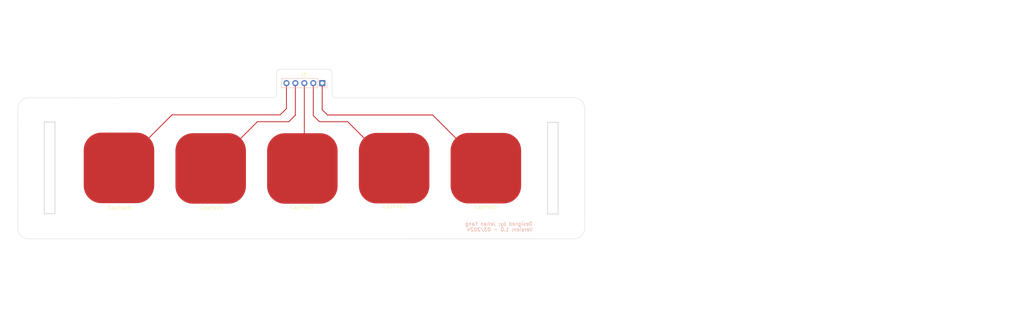
<source format=kicad_pcb>
(kicad_pcb (version 20221018) (generator pcbnew)
  (layers (0 "F.Cu" signal) (31 "B.Cu" signal) (34 "B.Paste" user) (35 "F.Paste" user) (36 "B.SilkS" user "B.Silkscreen") (37 "F.SilkS" user "F.Silkscreen") (38 "B.Mask" user) (39 "F.Mask" user) (44 "Edge.Cuts" user))
  (net 0 "")
  (net 1 "Net-(J1-Pin_1)")
  (net 2 "Net-(J1-Pin_2)")
  (net 3 "Net-(J1-Pin_3)")
  (net 4 "Net-(J1-Pin_4)")
  (net 5 "Net-(J1-Pin_5)")
  (footprint "Sensor_Capacitive:capacitive_pad_20x20" (layer "F.Cu") (at 82.49 105.43)
    (fp_text reference "CapPad4" (at 10.26 1.17 unlocked) (layer "F.SilkS") (effects (font (thickness 0.1))))
    (fp_text value "~")
    (pad "1" smd roundrect (at 10 -10) (size 20 20) (layers "F.Cu" "F.Paste" "F.Mask") (net 4 "Net-(J1-Pin_4)"))
  )
  (footprint "Sensor_Capacitive:capacitive_pad_20x20" (layer "F.Cu") (at 56.48 105.28)
    (fp_text reference "CapPad5" (at 10.12 1.32 unlocked) (layer "F.SilkS") (effects (font (thickness 0.1))))
    (fp_text value "~")
    (pad "1" smd roundrect (at 10 -10) (size 20 20) (layers "F.Cu" "F.Paste" "F.Mask") (net 5 "Net-(J1-Pin_5)"))
  )
  (footprint "Sensor_Capacitive:capacitive_pad_20x20" (layer "F.Cu") (at 134.52 105.35)
    (fp_text reference "CapPad2" (at 10.13 0.85 unlocked) (layer "F.SilkS") (effects (font (thickness 0.1))))
    (fp_text value "~")
    (pad "1" smd roundrect (at 10 -10) (size 20 20) (layers "F.Cu" "F.Paste" "F.Mask") (net 2 "Net-(J1-Pin_2)"))
  )
  (footprint "Sensor_Capacitive:capacitive_pad_20x20" (layer "F.Cu") (at 108.495 105.44)
    (fp_text reference "CapPad3" (at 9.855 1.01 unlocked) (layer "F.SilkS") (effects (font (thickness 0.1))))
    (fp_text value "~")
    (pad "1" smd roundrect (at 10 -10) (size 20 20) (layers "F.Cu" "F.Paste" "F.Mask") (net 3 "Net-(J1-Pin_3)"))
  )
  (footprint "Sensor_Capacitive:capacitive_pad_20x20" (layer "F.Cu") (at 160.55 105.36)
    (fp_text reference "CapPad1" (at 10.05 0.99 unlocked) (layer "F.SilkS") (effects (font (thickness 0.1))))
    (fp_text value "~")
    (pad "1" smd roundrect (at 10 -10) (size 20 20) (layers "F.Cu" "F.Paste" "F.Mask") (net 1 "Net-(J1-Pin_1)"))
  )
  (footprint "Connector_PinHeader_2.54mm:PinHeader_1x05_P2.54mm_Vertical" (layer "B.Cu") (at 124.135 71.24 90)
    (fp_text reference "J1" (at 2.39 -5.26) (layer "F.SilkS"))
    (fp_text value "Conn_01x05")
    (fp_line (start -1.33 -11.49) (end 1.33 -11.49) (stroke (width 0.12)) (layer "B.SilkS"))
    (fp_line (start -1.33 -1.27) (end -1.33 -11.49) (stroke (width 0.12)) (layer "B.SilkS"))
    (fp_line (start -1.33 -1.27) (end 1.33 -1.27) (stroke (width 0.12)) (layer "B.SilkS"))
    (fp_line (start -1.33 0) (end -1.33 1.33) (stroke (width 0.12)) (layer "B.SilkS"))
    (fp_line (start -1.33 1.33) (end 0 1.33) (stroke (width 0.12)) (layer "B.SilkS"))
    (fp_line (start 1.33 -1.27) (end 1.33 -11.49) (stroke (width 0.12)) (layer "B.SilkS"))
    (pad "1" thru_hole rect (at 0 0 90) (size 1.7 1.7) (drill 1) (layers "*.Cu" "*.Mask") (net 1 "Net-(J1-Pin_1)"))
    (pad "2" thru_hole oval (at 0 -2.54 90) (size 1.7 1.7) (drill 1) (layers "*.Cu" "*.Mask") (net 2 "Net-(J1-Pin_2)"))
    (pad "3" thru_hole oval (at 0 -5.08 90) (size 1.7 1.7) (drill 1) (layers "*.Cu" "*.Mask") (net 3 "Net-(J1-Pin_3)"))
    (pad "4" thru_hole oval (at 0 -7.62 90) (size 1.7 1.7) (drill 1) (layers "*.Cu" "*.Mask") (net 4 "Net-(J1-Pin_4)"))
    (pad "5" thru_hole oval (at 0 -10.16 90) (size 1.7 1.7) (drill 1) (layers "*.Cu" "*.Mask") (net 5 "Net-(J1-Pin_5)"))
  )
  (gr_line (start 188.04 82.3675) (end 191.04 82.3675) (stroke (width 0.2)) (layer "Edge.Cuts"))
  (gr_line (start 188.04 108.3675) (end 188.04 82.3675) (stroke (width 0.2)) (layer "Edge.Cuts"))
  (gr_line (start 112.169937 67.310925) (end 125.919937 67.310063) (stroke (width 0.1)) (layer "Edge.Cuts"))
  (gr_arc (start 40.81925 115.41) (mid 38.698195 114.531585) (end 37.81925 112.41075) (stroke (width 0.1)) (layer "Edge.Cuts"))
  (gr_line (start 37.81925 112.41075) (end 37.81075 78.419523) (stroke (width 0.1)) (layer "Edge.Cuts"))
  (gr_arc (start 198.54075 112.401182) (mid 197.661944 114.521826) (end 195.541182 115.400432) (stroke (width 0.1)) (layer "Edge.Cuts"))
  (gr_line (start 111.17 74.390409) (end 111.17 68.310925) (stroke (width 0.1)) (layer "Edge.Cuts"))
  (gr_line (start 48.31 82.28) (end 48.31 108.28) (stroke (width 0.2)) (layer "Edge.Cuts"))
  (gr_arc (start 127.920279 75.419721) (mid 127.212984 75.126928) (end 126.92 74.419721) (stroke (width 0.1)) (layer "Edge.Cuts"))
  (gr_line (start 191.04 108.3675) (end 188.04 108.3675) (stroke (width 0.2)) (layer "Edge.Cuts"))
  (gr_line (start 40.809523 75.418773) (end 110.170409 75.390409) (stroke (width 0.1)) (layer "Edge.Cuts"))
  (gr_arc (start 37.81075 78.419523) (mid 38.68873 76.29815) (end 40.809523 75.418773) (stroke (width 0.1)) (layer "Edge.Cuts"))
  (gr_line (start 45.31 82.28) (end 48.31 82.28) (stroke (width 0.2)) (layer "Edge.Cuts"))
  (gr_line (start 126.92 68.310063) (end 126.92 74.419721) (stroke (width 0.1)) (layer "Edge.Cuts"))
  (gr_arc (start 111.17 68.310925) (mid 111.462862 67.603824) (end 112.169937 67.310925) (stroke (width 0.1)) (layer "Edge.Cuts"))
  (gr_line (start 45.31 108.28) (end 45.31 82.28) (stroke (width 0.2)) (layer "Edge.Cuts"))
  (gr_line (start 191.04 82.3675) (end 191.04 108.3675) (stroke (width 0.2)) (layer "Edge.Cuts"))
  (gr_line (start 127.920279 75.419721) (end 195.548412 75.400838) (stroke (width 0.1)) (layer "Edge.Cuts"))
  (gr_arc (start 195.548412 75.400838) (mid 197.670539 76.279486) (end 198.54925 78.401588) (stroke (width 0.1)) (layer "Edge.Cuts"))
  (gr_line (start 129.13 115.41) (end 195.541182 115.400432) (stroke (width 0.1)) (layer "Edge.Cuts"))
  (gr_line (start 48.31 108.28) (end 45.31 108.28) (stroke (width 0.2)) (layer "Edge.Cuts"))
  (gr_arc (start 125.919937 67.310063) (mid 126.627098 67.602932) (end 126.92 68.310063) (stroke (width 0.1)) (layer "Edge.Cuts"))
  (gr_line (start 198.54925 78.401588) (end 198.54075 112.401182) (stroke (width 0.1)) (layer "Edge.Cuts"))
  (gr_arc (start 111.17 74.390409) (mid 110.877248 75.097365) (end 110.170409 75.390409) (stroke (width 0.1)) (layer "Edge.Cuts"))
  (gr_line (start 129.13 115.41) (end 40.81925 115.41) (stroke (width 0.1)) (layer "Edge.Cuts"))
  (gr_text "Designed by: Jehan Yang\nVersion: 1.0 - 03/2024\n" (at 183.85 113.35) (layer "B.SilkS") (effects (font (size 1 1)) (justify left bottom mirror)))
  (segment (start 124.13 78.78) (end 125.62 80.27) (width 0.25) (layer "F.Cu") (net 1))
  (segment (start 124.135 71.24) (end 124.135 72.314437) (width 0.25) (layer "F.Cu") (net 1))
  (segment (start 124.13 72.319437) (end 124.13 78.78) (width 0.25) (layer "F.Cu") (net 1))
  (segment (start 155.46 80.27) (end 170.55 95.36) (width 0.25) (layer "F.Cu") (net 1))
  (segment (start 124.135 72.314437) (end 124.13 72.319437) (width 0.25) (layer "F.Cu") (net 1))
  (segment (start 125.62 80.27) (end 155.46 80.27) (width 0.25) (layer "F.Cu") (net 1))
  (segment (start 121.595 71.24) (end 121.595 80.435) (width 0.25) (layer "F.Cu") (net 2))
  (segment (start 121.595 80.435) (end 123.33 82.17) (width 0.25) (layer "F.Cu") (net 2))
  (segment (start 123.33 82.17) (end 131.34 82.17) (width 0.25) (layer "F.Cu") (net 2))
  (segment (start 131.34 82.17) (end 144.52 95.35) (width 0.25) (layer "F.Cu") (net 2))
  (segment (start 119.055 71.24) (end 119.055 94.88) (width 0.25) (layer "F.Cu") (net 3))
  (segment (start 119.055 94.88) (end 118.495 95.44) (width 0.25) (layer "F.Cu") (net 3))
  (segment (start 116.515 80.305) (end 116.53 80.32) (width 0.25) (layer "F.Cu") (net 4))
  (segment (start 116.515 71.24) (end 116.515 80.305) (width 0.25) (layer "F.Cu") (net 4))
  (segment (start 105.75 82.17) (end 92.49 95.43) (width 0.25) (layer "F.Cu") (net 4))
  (segment (start 116.53 80.32) (end 114.68 82.17) (width 0.25) (layer "F.Cu") (net 4))
  (segment (start 114.68 82.17) (end 105.75 82.17) (width 0.25) (layer "F.Cu") (net 4))
  (segment (start 113.975 71.24) (end 113.975 78.455) (width 0.25) (layer "F.Cu") (net 5))
  (segment (start 113.975 78.455) (end 112.21 80.22) (width 0.25) (layer "F.Cu") (net 5))
  (segment (start 112.21 80.22) (end 81.54 80.22) (width 0.25) (layer "F.Cu") (net 5))
  (segment (start 81.54 80.22) (end 66.48 95.28) (width 0.25) (layer "F.Cu") (net 5))
)
</source>
